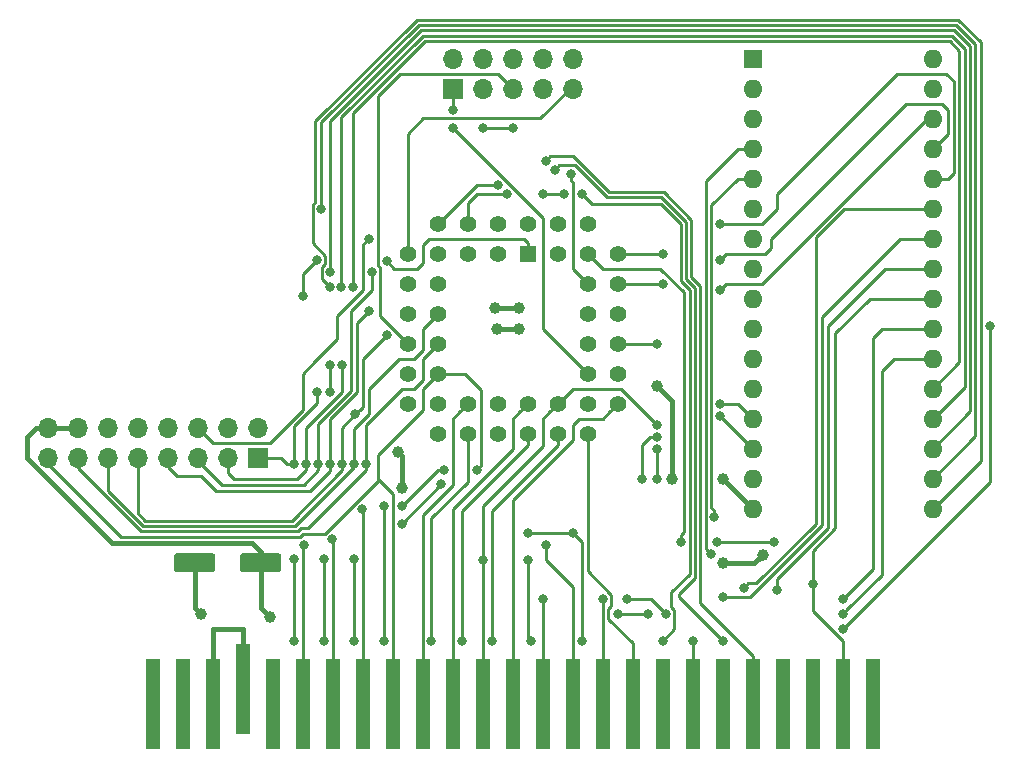
<source format=gbr>
G04 #@! TF.GenerationSoftware,KiCad,Pcbnew,(5.1.5-0-10_14)*
G04 #@! TF.CreationDate,2020-04-06T11:58:05+02:00*
G04 #@! TF.ProjectId,MSX USB Drive,4d535820-5553-4422-9044-726976652e6b,rev?*
G04 #@! TF.SameCoordinates,Original*
G04 #@! TF.FileFunction,Copper,L1,Top*
G04 #@! TF.FilePolarity,Positive*
%FSLAX46Y46*%
G04 Gerber Fmt 4.6, Leading zero omitted, Abs format (unit mm)*
G04 Created by KiCad (PCBNEW (5.1.5-0-10_14)) date 2020-04-06 11:58:05*
%MOMM*%
%LPD*%
G04 APERTURE LIST*
%ADD10R,1.270000X7.620000*%
%ADD11R,1.700000X1.700000*%
%ADD12O,1.700000X1.700000*%
%ADD13R,1.600000X1.600000*%
%ADD14O,1.600000X1.600000*%
%ADD15C,0.100000*%
%ADD16C,1.397000*%
%ADD17R,1.397000X1.397000*%
%ADD18C,1.000000*%
%ADD19C,0.800000*%
%ADD20C,0.400000*%
%ADD21C,0.250000*%
G04 APERTURE END LIST*
D10*
X617220000Y666496000D03*
X614680000Y666496000D03*
X665480000Y666496000D03*
X675640000Y666496000D03*
X668020000Y666496000D03*
X662940000Y666496000D03*
X660400000Y666496000D03*
X657860000Y666496000D03*
X670560000Y666496000D03*
X673100000Y666496000D03*
X642620000Y666496000D03*
X640080000Y666496000D03*
X637540000Y666496000D03*
X650240000Y666496000D03*
X647700000Y666496000D03*
X652780000Y666496000D03*
X645160000Y666496000D03*
X655320000Y666496000D03*
X624840000Y666496000D03*
X635000000Y666496000D03*
X632460000Y666496000D03*
X629920000Y666496000D03*
X627380000Y666496000D03*
X622300000Y667766000D03*
X619760000Y666496000D03*
D11*
X623570000Y687324000D03*
D12*
X623570000Y689864000D03*
X621030000Y687324000D03*
X621030000Y689864000D03*
X618490000Y687324000D03*
X618490000Y689864000D03*
X615950000Y687324000D03*
X615950000Y689864000D03*
X613410000Y687324000D03*
X613410000Y689864000D03*
X610870000Y687324000D03*
X610870000Y689864000D03*
X608330000Y687324000D03*
X608330000Y689864000D03*
X605790000Y687324000D03*
X605790000Y689864000D03*
D13*
X665480000Y721106000D03*
D14*
X680720000Y683006000D03*
X665480000Y718566000D03*
X680720000Y685546000D03*
X665480000Y716026000D03*
X680720000Y688086000D03*
X665480000Y713486000D03*
X680720000Y690626000D03*
X665480000Y710946000D03*
X680720000Y693166000D03*
X665480000Y708406000D03*
X680720000Y695706000D03*
X665480000Y705866000D03*
X680720000Y698246000D03*
X665480000Y703326000D03*
X680720000Y700786000D03*
X665480000Y700786000D03*
X680720000Y703326000D03*
X665480000Y698246000D03*
X680720000Y705866000D03*
X665480000Y695706000D03*
X680720000Y708406000D03*
X665480000Y693166000D03*
X680720000Y710946000D03*
X665480000Y690626000D03*
X680720000Y713486000D03*
X665480000Y688086000D03*
X680720000Y716026000D03*
X665480000Y685546000D03*
X680720000Y718566000D03*
X665480000Y683006000D03*
X680720000Y721106000D03*
G04 #@! TA.AperFunction,SMDPad,CuDef*
D15*
G36*
X619754504Y679232796D02*
G01*
X619778773Y679229196D01*
X619802571Y679223235D01*
X619825671Y679214970D01*
X619847849Y679204480D01*
X619868893Y679191867D01*
X619888598Y679177253D01*
X619906777Y679160777D01*
X619923253Y679142598D01*
X619937867Y679122893D01*
X619950480Y679101849D01*
X619960970Y679079671D01*
X619969235Y679056571D01*
X619975196Y679032773D01*
X619978796Y679008504D01*
X619980000Y678984000D01*
X619980000Y677884000D01*
X619978796Y677859496D01*
X619975196Y677835227D01*
X619969235Y677811429D01*
X619960970Y677788329D01*
X619950480Y677766151D01*
X619937867Y677745107D01*
X619923253Y677725402D01*
X619906777Y677707223D01*
X619888598Y677690747D01*
X619868893Y677676133D01*
X619847849Y677663520D01*
X619825671Y677653030D01*
X619802571Y677644765D01*
X619778773Y677638804D01*
X619754504Y677635204D01*
X619730000Y677634000D01*
X616730000Y677634000D01*
X616705496Y677635204D01*
X616681227Y677638804D01*
X616657429Y677644765D01*
X616634329Y677653030D01*
X616612151Y677663520D01*
X616591107Y677676133D01*
X616571402Y677690747D01*
X616553223Y677707223D01*
X616536747Y677725402D01*
X616522133Y677745107D01*
X616509520Y677766151D01*
X616499030Y677788329D01*
X616490765Y677811429D01*
X616484804Y677835227D01*
X616481204Y677859496D01*
X616480000Y677884000D01*
X616480000Y678984000D01*
X616481204Y679008504D01*
X616484804Y679032773D01*
X616490765Y679056571D01*
X616499030Y679079671D01*
X616509520Y679101849D01*
X616522133Y679122893D01*
X616536747Y679142598D01*
X616553223Y679160777D01*
X616571402Y679177253D01*
X616591107Y679191867D01*
X616612151Y679204480D01*
X616634329Y679214970D01*
X616657429Y679223235D01*
X616681227Y679229196D01*
X616705496Y679232796D01*
X616730000Y679234000D01*
X619730000Y679234000D01*
X619754504Y679232796D01*
G37*
G04 #@! TD.AperFunction*
G04 #@! TA.AperFunction,SMDPad,CuDef*
G36*
X625354504Y679232796D02*
G01*
X625378773Y679229196D01*
X625402571Y679223235D01*
X625425671Y679214970D01*
X625447849Y679204480D01*
X625468893Y679191867D01*
X625488598Y679177253D01*
X625506777Y679160777D01*
X625523253Y679142598D01*
X625537867Y679122893D01*
X625550480Y679101849D01*
X625560970Y679079671D01*
X625569235Y679056571D01*
X625575196Y679032773D01*
X625578796Y679008504D01*
X625580000Y678984000D01*
X625580000Y677884000D01*
X625578796Y677859496D01*
X625575196Y677835227D01*
X625569235Y677811429D01*
X625560970Y677788329D01*
X625550480Y677766151D01*
X625537867Y677745107D01*
X625523253Y677725402D01*
X625506777Y677707223D01*
X625488598Y677690747D01*
X625468893Y677676133D01*
X625447849Y677663520D01*
X625425671Y677653030D01*
X625402571Y677644765D01*
X625378773Y677638804D01*
X625354504Y677635204D01*
X625330000Y677634000D01*
X622330000Y677634000D01*
X622305496Y677635204D01*
X622281227Y677638804D01*
X622257429Y677644765D01*
X622234329Y677653030D01*
X622212151Y677663520D01*
X622191107Y677676133D01*
X622171402Y677690747D01*
X622153223Y677707223D01*
X622136747Y677725402D01*
X622122133Y677745107D01*
X622109520Y677766151D01*
X622099030Y677788329D01*
X622090765Y677811429D01*
X622084804Y677835227D01*
X622081204Y677859496D01*
X622080000Y677884000D01*
X622080000Y678984000D01*
X622081204Y679008504D01*
X622084804Y679032773D01*
X622090765Y679056571D01*
X622099030Y679079671D01*
X622109520Y679101849D01*
X622122133Y679122893D01*
X622136747Y679142598D01*
X622153223Y679160777D01*
X622171402Y679177253D01*
X622191107Y679191867D01*
X622212151Y679204480D01*
X622234329Y679214970D01*
X622257429Y679223235D01*
X622281227Y679229196D01*
X622305496Y679232796D01*
X622330000Y679234000D01*
X625330000Y679234000D01*
X625354504Y679232796D01*
G37*
G04 #@! TD.AperFunction*
D11*
X640080000Y718566000D03*
D12*
X640080000Y721106000D03*
X642620000Y718566000D03*
X642620000Y721106000D03*
X645160000Y718566000D03*
X645160000Y721106000D03*
X647700000Y718566000D03*
X647700000Y721106000D03*
X650240000Y718566000D03*
X650240000Y721106000D03*
D16*
X646430000Y707136000D03*
X648970000Y704596000D03*
X648970000Y707136000D03*
X651510000Y704596000D03*
X651510000Y707136000D03*
X654050000Y704596000D03*
X651510000Y702056000D03*
X654050000Y702056000D03*
X651510000Y699516000D03*
X654050000Y699516000D03*
X651510000Y696976000D03*
X654050000Y696976000D03*
X651510000Y694436000D03*
X654050000Y694436000D03*
X651510000Y691896000D03*
X654050000Y691896000D03*
X651510000Y689356000D03*
X648970000Y691896000D03*
X648970000Y689356000D03*
X646430000Y691896000D03*
X646430000Y689356000D03*
X643890000Y691896000D03*
X643890000Y689356000D03*
X641350000Y691896000D03*
X641350000Y689356000D03*
X638810000Y691896000D03*
X638810000Y689356000D03*
X636270000Y691896000D03*
X638810000Y694436000D03*
X636270000Y694436000D03*
X638810000Y696976000D03*
X636270000Y696976000D03*
X638810000Y699516000D03*
X636270000Y699516000D03*
X638810000Y702056000D03*
X636270000Y702056000D03*
X638810000Y704596000D03*
X636270000Y704596000D03*
X638810000Y707136000D03*
X641350000Y704596000D03*
X641350000Y707136000D03*
X643890000Y704596000D03*
X643890000Y707136000D03*
D17*
X646430000Y704596000D03*
D18*
X645668000Y698246000D03*
X643867988Y698246002D03*
X635445000Y687832000D03*
X662939998Y678434000D03*
X635825000Y684784000D03*
X618744000Y674116000D03*
X666317593Y679120673D03*
X645668000Y700024000D03*
X643636000Y700024000D03*
X662940000Y685546000D03*
X657352000Y693420000D03*
X658622000Y685546000D03*
X624586000Y673862008D03*
D19*
X644647347Y709671347D03*
X648711347Y711703347D03*
X662940000Y671829986D03*
X673104653Y672850653D03*
X685546002Y698500000D03*
X662939544Y675566012D03*
X654050000Y674116000D03*
X667512000Y676148010D03*
X656590001Y674116000D03*
X646434653Y680978653D03*
X651002000Y671830006D03*
X662221043Y682280990D03*
X650240004Y680974000D03*
X646430000Y678688000D03*
X661924000Y679196000D03*
X646684000Y671830000D03*
X643382000Y671830000D03*
X640842000Y671830000D03*
X638265010Y671830000D03*
X635762000Y683260000D03*
X634238000Y683260000D03*
X662681538Y690880000D03*
X634238000Y671830001D03*
X632715231Y686819851D03*
X639318000Y686308000D03*
X657352000Y688086000D03*
X657352000Y685546000D03*
X631698000Y678726000D03*
X634487347Y697733347D03*
X631839625Y691001695D03*
X631697996Y671830000D03*
X629666000Y692912000D03*
X629666000Y695198000D03*
X629666000Y701801998D03*
X630715217Y686816000D03*
X629195000Y678726000D03*
X633222000Y703072000D03*
X629158000Y671830004D03*
X628682121Y686817959D03*
X629730042Y703072004D03*
X626618000Y678726000D03*
X626618000Y671829998D03*
X626618002Y686816000D03*
X631666024Y701802000D03*
X628555021Y692914865D03*
X630682000Y695161010D03*
X627456503Y679970915D03*
X627634000Y686816000D03*
X630666011Y701802000D03*
X633004990Y699770000D03*
X629864390Y680472970D03*
X628977980Y708406006D03*
X629682049Y686805009D03*
X635762000Y681736000D03*
X639122159Y685093116D03*
X632404390Y683012970D03*
X631715228Y686815803D03*
X662681538Y691880013D03*
X642112000Y686308000D03*
X657352000Y689102000D03*
X656082006Y685546000D03*
X657352000Y690118006D03*
X642620000Y678688000D03*
X664718000Y676321102D03*
X647700000Y675386000D03*
X647953998Y679958000D03*
X673100000Y675386000D03*
X652780000Y675386000D03*
X654812000Y675386000D03*
X658114000Y674116000D03*
X634492000Y703942999D03*
X673100000Y674116000D03*
X660400000Y671830000D03*
X627380000Y701039998D03*
X628555021Y704088000D03*
X643885347Y710433347D03*
X647949347Y712465347D03*
X667258000Y680212000D03*
X659384000Y680212000D03*
X670560000Y676656000D03*
X662432000Y680212000D03*
X633004990Y705866000D03*
X640080000Y716788000D03*
X640080000Y715264000D03*
X642620000Y715264000D03*
X645160000Y715264000D03*
X650116766Y711353528D03*
X657352000Y696976002D03*
X662686000Y701548000D03*
X662686000Y704088000D03*
X657874946Y702056000D03*
X662686000Y707136000D03*
X657874946Y704596000D03*
X657860000Y671830004D03*
X647700000Y709676000D03*
X649516010Y709676000D03*
X651002000Y709676004D03*
D20*
X643867990Y698246000D02*
X643867988Y698246002D01*
X645668000Y698246000D02*
X643867990Y698246000D01*
X635445000Y687832000D02*
X635825000Y687452000D01*
X635825000Y687452000D02*
X635825000Y684784000D01*
X618230000Y674630000D02*
X618744000Y674116000D01*
X618230000Y678434000D02*
X618230000Y674630000D01*
X665630920Y678434000D02*
X666317593Y679120673D01*
X662939998Y678434000D02*
X665630920Y678434000D01*
X645668000Y700024000D02*
X643636000Y700024000D01*
X657352000Y693420000D02*
X658622000Y692150000D01*
X658622000Y686253106D02*
X658622000Y685546000D01*
X658622000Y692150000D02*
X658622000Y686253106D01*
X623830000Y678434000D02*
X623830000Y674618008D01*
X624086001Y674362007D02*
X624586000Y673862008D01*
X623830000Y674618008D02*
X624086001Y674362007D01*
X662940000Y685546000D02*
X665480000Y683006000D01*
X604012000Y687324000D02*
X604012000Y689102000D01*
X623062000Y680114956D02*
X611221044Y680114956D01*
X623824000Y679352956D02*
X623062000Y680114956D01*
X604012000Y689102000D02*
X604774000Y689864000D01*
X623824000Y678440000D02*
X623824000Y679352956D01*
X611221044Y680114956D02*
X604012000Y687324000D01*
X604774000Y689864000D02*
X605790000Y689864000D01*
X623830000Y678434000D02*
X623824000Y678440000D01*
X605790000Y689864000D02*
X608330000Y689864000D01*
D21*
X641350000Y707136000D02*
X641350000Y708914000D01*
X642107347Y709671347D02*
X644647347Y709671347D01*
X641350000Y708914000D02*
X642107347Y709671347D01*
X659238001Y675805686D02*
X659238001Y675531985D01*
X662540001Y672229985D02*
X662940000Y671829986D01*
X660596011Y677163696D02*
X659238001Y675805686D01*
X650409656Y712103346D02*
X653148990Y709364011D01*
X657753956Y709364011D02*
X659834011Y707283956D01*
X653148990Y709364011D02*
X657753956Y709364011D01*
X649111346Y712103346D02*
X650409656Y712103346D01*
X659834011Y707283956D02*
X659834011Y702442759D01*
X659834011Y702442759D02*
X660596011Y701680759D01*
X660596011Y701680759D02*
X660596011Y677163696D01*
X659238001Y675531985D02*
X662540001Y672229985D01*
X648711347Y711703347D02*
X649111346Y712103346D01*
X673104653Y672850653D02*
X685546002Y685292002D01*
X685546002Y685292002D02*
X685546002Y697934315D01*
X685546002Y697934315D02*
X685546002Y698500000D01*
X665280423Y675566012D02*
X663505229Y675566012D01*
X663505229Y675566012D02*
X662939544Y675566012D01*
X677926000Y705866000D02*
X671322000Y699262000D01*
X671322000Y681607589D02*
X665280423Y675566012D01*
X671322000Y699262000D02*
X671322000Y681607589D01*
X680720000Y705866000D02*
X677926000Y705866000D01*
X654050000Y674116000D02*
X656590001Y674116000D01*
X671830000Y681356410D02*
X667512000Y677038410D01*
X671830000Y698500000D02*
X671830000Y681356410D01*
X667512000Y676713695D02*
X667512000Y676148010D01*
X680720000Y703326000D02*
X676656000Y703326000D01*
X667512000Y677038410D02*
X667512000Y676713695D01*
X676656000Y703326000D02*
X671830000Y698500000D01*
X651002000Y680212004D02*
X650640003Y680574001D01*
X650640003Y680574001D02*
X650240004Y680974000D01*
X646434653Y680978653D02*
X650235351Y680978653D01*
X650235351Y680978653D02*
X650240004Y680974000D01*
X651002000Y671830006D02*
X651002000Y680212004D01*
X661956528Y708692528D02*
X661956528Y683111190D01*
X661956528Y683111190D02*
X662221043Y682846675D01*
X664210000Y710946000D02*
X661956528Y708692528D01*
X662221043Y682846675D02*
X662221043Y682280990D01*
X665480000Y710946000D02*
X664210000Y710946000D01*
X646430000Y672084000D02*
X646684000Y671830000D01*
X646430000Y678688000D02*
X646430000Y672084000D01*
X661496033Y679623967D02*
X661524001Y679595999D01*
X661496033Y690043910D02*
X661496033Y679623967D01*
X661506517Y690054394D02*
X661496033Y690043910D01*
X661506517Y710782517D02*
X661506517Y690054394D01*
X661524001Y679595999D02*
X661924000Y679196000D01*
X664210000Y713486000D02*
X661506517Y710782517D01*
X665480000Y713486000D02*
X664210000Y713486000D01*
X643382000Y672395685D02*
X643382000Y671830000D01*
X643382000Y682780172D02*
X643382000Y672395685D01*
X648970000Y688368172D02*
X643382000Y682780172D01*
X648970000Y689356000D02*
X648970000Y688368172D01*
X646430000Y689356000D02*
X646430000Y688368172D01*
X640842000Y682780172D02*
X640842000Y672395685D01*
X646430000Y688368172D02*
X640842000Y682780172D01*
X640842000Y672395685D02*
X640842000Y671830000D01*
X641350000Y689356000D02*
X641350000Y685292000D01*
X641350000Y685292000D02*
X638265010Y682207010D01*
X638265010Y682207010D02*
X638265010Y672395685D01*
X638265010Y672395685D02*
X638265010Y671830000D01*
X634238000Y683260000D02*
X634238000Y671830001D01*
X636778000Y693166000D02*
X635766609Y693166000D01*
X637540000Y695706000D02*
X637540000Y693928000D01*
X632715231Y690114622D02*
X632715231Y687385536D01*
X632715231Y687385536D02*
X632715231Y686819851D01*
X637540000Y693928000D02*
X636778000Y693166000D01*
X638810000Y696976000D02*
X637540000Y695706000D01*
X635766609Y693166000D02*
X632715231Y690114622D01*
X635762000Y683260000D02*
X638810000Y686308000D01*
X638810000Y686308000D02*
X639318000Y686308000D01*
X657352000Y688086000D02*
X657352000Y685546000D01*
X665475538Y688086000D02*
X662681538Y690880000D01*
X665480000Y688086000D02*
X665475538Y688086000D01*
X632715231Y686254166D02*
X632715231Y686819851D01*
X627805043Y681343978D02*
X632715231Y686254166D01*
X627244800Y681343978D02*
X627805043Y681343978D01*
X613676432Y681089978D02*
X626990800Y681089978D01*
X626990800Y681089978D02*
X627244800Y681343978D01*
X608330000Y686436410D02*
X613676432Y681089978D01*
X608330000Y687324000D02*
X608330000Y686436410D01*
X632460000Y691622070D02*
X632239624Y691401694D01*
X632239624Y691401694D02*
X631839625Y691001695D01*
X632460000Y695706000D02*
X632460000Y691622070D01*
X634487347Y697733347D02*
X632460000Y695706000D01*
X631698000Y678726000D02*
X631698000Y671830004D01*
X631698000Y671830004D02*
X631697996Y671830000D01*
X629666000Y692912000D02*
X629666000Y695198000D01*
X630715217Y687381685D02*
X630715217Y686816000D01*
X631839625Y691001695D02*
X630715217Y689877287D01*
X630715217Y689877287D02*
X630715217Y687381685D01*
X682898646Y724408000D02*
X637032000Y724408000D01*
X684784000Y687070000D02*
X684784000Y722522646D01*
X684784000Y722522646D02*
X682898646Y724408000D01*
X637032000Y724408000D02*
X628432999Y715808999D01*
X628432999Y715808999D02*
X628432999Y708934029D01*
X629005032Y703447050D02*
X629005032Y702462966D01*
X628252978Y705463047D02*
X629280023Y704436002D01*
X629280023Y703722041D02*
X629005032Y703447050D01*
X629266001Y702201997D02*
X629666000Y701801998D01*
X628252978Y708754008D02*
X628252978Y705463047D01*
X629005032Y702462966D02*
X629266001Y702201997D01*
X628432999Y708934029D02*
X628252978Y708754008D01*
X629280023Y704436002D02*
X629280023Y703722041D01*
X680720000Y683006000D02*
X684784000Y687070000D01*
X630715217Y686250315D02*
X630715217Y686816000D01*
X626454902Y681990000D02*
X630715217Y686250315D01*
X614049230Y681990000D02*
X626454902Y681990000D01*
X613410000Y682629230D02*
X614049230Y681990000D01*
X613410000Y687324000D02*
X613410000Y682629230D01*
X629195000Y678726000D02*
X629195000Y671867004D01*
X629195000Y671867004D02*
X629158000Y671830004D01*
X631444000Y699712315D02*
X631444000Y692980587D01*
X631444000Y692980587D02*
X628682121Y690218708D01*
X628682121Y687383644D02*
X628682121Y686817959D01*
X628682121Y690218708D02*
X628682121Y687383644D01*
X633222000Y703072000D02*
X633222000Y701490315D01*
X633222000Y701490315D02*
X631444000Y699712315D01*
X682525846Y723507978D02*
X637404798Y723507978D01*
X629730042Y704622394D02*
X629730042Y703637689D01*
X680720000Y688086000D02*
X683883978Y691249978D01*
X683883978Y691249978D02*
X683883978Y722149843D01*
X629702990Y704649446D02*
X629730042Y704622394D01*
X683883978Y722149843D02*
X682525846Y723507978D01*
X637404798Y723507978D02*
X629702990Y715806170D01*
X629730042Y703637689D02*
X629730042Y703072004D01*
X629702990Y715806170D02*
X629702990Y704649446D01*
X628682121Y686252274D02*
X628682121Y686817959D01*
X620522000Y685038000D02*
X627467847Y685038000D01*
X618490000Y687070000D02*
X620522000Y685038000D01*
X627467847Y685038000D02*
X628682121Y686252274D01*
X618490000Y687324000D02*
X618490000Y687070000D01*
X626618000Y678726000D02*
X626618000Y671829998D01*
X626052317Y686816000D02*
X626618002Y686816000D01*
X623570000Y687324000D02*
X624078000Y686816000D01*
X631666024Y716496384D02*
X631666024Y702367685D01*
X682983956Y695429956D02*
X682983956Y721777043D01*
X680720000Y693166000D02*
X682983956Y695429956D01*
X637777596Y722607956D02*
X631666024Y716496384D01*
X682983956Y721777043D02*
X682153046Y722607956D01*
X682153046Y722607956D02*
X637777596Y722607956D01*
X631666024Y702367685D02*
X631666024Y701802000D01*
X625544317Y687324000D02*
X623570000Y687324000D01*
X626052317Y686816000D02*
X625544317Y687324000D01*
X628555021Y691926611D02*
X628555021Y692349180D01*
X626618002Y689989592D02*
X628555021Y691926611D01*
X626618002Y686816000D02*
X626618002Y689989592D01*
X628555021Y692349180D02*
X628555021Y692914865D01*
X627380000Y679894412D02*
X627456503Y679970915D01*
X627380000Y666496000D02*
X627380000Y679894412D01*
X627634000Y689806998D02*
X627634000Y687381685D01*
X630682000Y695161010D02*
X630682000Y692854998D01*
X627634000Y687381685D02*
X627634000Y686816000D01*
X630682000Y692854998D02*
X627634000Y689806998D01*
X683433967Y721963443D02*
X682339446Y723057967D01*
X680720000Y690626000D02*
X683433967Y693339967D01*
X683433967Y693339967D02*
X683433967Y721963443D01*
X630666011Y702367685D02*
X630666011Y701802000D01*
X682339446Y723057967D02*
X637591197Y723057967D01*
X630666011Y716132781D02*
X630666011Y702367685D01*
X637591197Y723057967D02*
X630666011Y716132781D01*
X627634000Y686250315D02*
X627634000Y686816000D01*
X626929685Y685546000D02*
X627634000Y686250315D01*
X621538000Y685546000D02*
X626929685Y685546000D01*
X621030000Y686054000D02*
X621538000Y685546000D01*
X621030000Y687324000D02*
X621030000Y686054000D01*
X629920000Y680417360D02*
X629864390Y680472970D01*
X629920000Y666496000D02*
X629920000Y680417360D01*
X631952000Y692852176D02*
X629682049Y690582225D01*
X633004990Y699770000D02*
X631952000Y698717010D01*
X631952000Y698717010D02*
X631952000Y692852176D01*
X629682049Y690582225D02*
X629682049Y687370694D01*
X629682049Y687370694D02*
X629682049Y686805009D01*
X682712246Y723957989D02*
X637218399Y723957989D01*
X628977980Y715717570D02*
X628977980Y708971691D01*
X680720000Y685546000D02*
X684333989Y689159989D01*
X628977980Y708971691D02*
X628977980Y708406006D01*
X684333989Y722336243D02*
X682712246Y723957989D01*
X637218399Y723957989D02*
X628977980Y715717570D01*
X684333989Y689159989D02*
X684333989Y722336243D01*
X620014000Y684530000D02*
X627972725Y684530000D01*
X615950000Y686562000D02*
X616712000Y685800000D01*
X618744000Y685800000D02*
X620014000Y684530000D01*
X629682049Y686239324D02*
X629682049Y686805009D01*
X627972725Y684530000D02*
X629682049Y686239324D01*
X616712000Y685800000D02*
X618744000Y685800000D01*
X615950000Y687324000D02*
X615950000Y686562000D01*
X635762000Y681736000D02*
X639119116Y685093116D01*
X639119116Y685093116D02*
X639122159Y685093116D01*
X632460000Y682957360D02*
X632404390Y683012970D01*
X632460000Y666496000D02*
X632460000Y682957360D01*
X635532220Y695706000D02*
X632968000Y693141780D01*
X636778000Y695706000D02*
X635532220Y695706000D01*
X631715228Y689751029D02*
X631715228Y687381488D01*
X632968000Y691003801D02*
X631715228Y689751029D01*
X637540000Y696468000D02*
X636778000Y695706000D01*
X638810000Y699516000D02*
X637540000Y698246000D01*
X637540000Y698246000D02*
X637540000Y696468000D01*
X632968000Y693141780D02*
X632968000Y691003801D01*
X631715228Y687381488D02*
X631715228Y686815803D01*
X631715228Y686509168D02*
X631715228Y686815803D01*
X613862831Y681539989D02*
X626746049Y681539989D01*
X626746049Y681539989D02*
X631715228Y686509168D01*
X610870000Y684532820D02*
X613862831Y681539989D01*
X610870000Y687324000D02*
X610870000Y684532820D01*
X633730000Y687578000D02*
X633730000Y686816000D01*
X637540000Y691388000D02*
X633730000Y687578000D01*
X637540000Y693166000D02*
X637540000Y691388000D01*
X638810000Y694436000D02*
X637540000Y693166000D01*
X633730000Y685546000D02*
X633730000Y686816000D01*
X635000000Y684276000D02*
X633730000Y685546000D01*
X635000000Y666496000D02*
X635000000Y684276000D01*
X638810000Y694436000D02*
X641096000Y694436000D01*
X642511999Y693020001D02*
X642511999Y686707999D01*
X642511999Y686707999D02*
X642112000Y686308000D01*
X641096000Y694436000D02*
X642511999Y693020001D01*
X656082006Y688397691D02*
X656082006Y686111685D01*
X656786315Y689102000D02*
X656082006Y688397691D01*
X657352000Y689102000D02*
X656786315Y689102000D01*
X656082006Y686111685D02*
X656082006Y685546000D01*
X664225987Y691880013D02*
X662681538Y691880013D01*
X665480000Y690626000D02*
X664225987Y691880013D01*
X611966033Y680639967D02*
X605790000Y686816000D01*
X627177200Y680639967D02*
X611966033Y680639967D01*
X605790000Y686816000D02*
X605790000Y687324000D01*
X627431200Y680893967D02*
X627177200Y680639967D01*
X629260067Y680893967D02*
X627431200Y680893967D01*
X633730000Y685363900D02*
X629260067Y680893967D01*
X633730000Y686816000D02*
X633730000Y685363900D01*
X640651501Y691197501D02*
X641350000Y691896000D01*
X640080000Y684977953D02*
X640080000Y690626000D01*
X637540000Y682437953D02*
X640080000Y684977953D01*
X637540000Y666496000D02*
X637540000Y682437953D01*
X640080000Y690626000D02*
X640651501Y691197501D01*
X645160000Y690626000D02*
X645731501Y691197501D01*
X645160000Y688028998D02*
X645160000Y690626000D01*
X640080000Y682948998D02*
X645160000Y688028998D01*
X640080000Y666496000D02*
X640080000Y682948998D01*
X645731501Y691197501D02*
X646430000Y691896000D01*
X656952001Y690518005D02*
X657352000Y690118006D01*
X648970000Y691896000D02*
X650240000Y693166000D01*
X654304006Y693166000D02*
X656952001Y690518005D01*
X650240000Y693166000D02*
X654304006Y693166000D01*
X647700000Y690626000D02*
X648271501Y691197501D01*
X647700000Y688340000D02*
X647700000Y690626000D01*
X648271501Y691197501D02*
X648970000Y691896000D01*
X642620000Y683260000D02*
X647700000Y688340000D01*
X642620000Y666496000D02*
X642620000Y683260000D01*
X652780000Y690626000D02*
X653351501Y691197501D01*
X650748000Y690626000D02*
X652780000Y690626000D01*
X645160000Y683768000D02*
X650240000Y688848000D01*
X650240000Y690118000D02*
X650748000Y690626000D01*
X650240000Y688848000D02*
X650240000Y690118000D01*
X653351501Y691197501D02*
X654050000Y691896000D01*
X645160000Y666496000D02*
X645160000Y683768000D01*
X647700000Y675132000D02*
X647700000Y675386000D01*
X647700000Y666496000D02*
X647700000Y675132000D01*
X665117999Y676721101D02*
X664718000Y676321102D01*
X670814000Y681736000D02*
X665799101Y676721101D01*
X670814000Y705991590D02*
X670814000Y681736000D01*
X673228410Y708406000D02*
X670814000Y705991590D01*
X665799101Y676721101D02*
X665117999Y676721101D01*
X680720000Y708406000D02*
X673228410Y708406000D01*
X650240000Y676402000D02*
X647953998Y678688002D01*
X647953998Y679392315D02*
X647953998Y679958000D01*
X650240000Y666496000D02*
X650240000Y676402000D01*
X647953998Y678688002D02*
X647953998Y679392315D01*
X652780000Y666496000D02*
X652780000Y675386000D01*
X654812000Y675386000D02*
X656844000Y675386000D01*
X656844000Y675386000D02*
X657714001Y674515999D01*
X657714001Y674515999D02*
X658114000Y674116000D01*
X675640000Y677926000D02*
X673100000Y675386000D01*
X676402000Y698246000D02*
X675640000Y697484000D01*
X675640000Y697484000D02*
X675640000Y677926000D01*
X680720000Y698246000D02*
X676402000Y698246000D01*
X651510000Y688368172D02*
X651510000Y689356000D01*
X651510000Y677729004D02*
X651510000Y688368172D01*
X653505002Y674783998D02*
X653505002Y675734002D01*
X653251002Y674529998D02*
X653505002Y674783998D01*
X653505002Y675734002D02*
X651510000Y677729004D01*
X655320000Y671633002D02*
X653251002Y673702000D01*
X653251002Y673702000D02*
X653251002Y674529998D01*
X655320000Y666496000D02*
X655320000Y671633002D01*
X660400000Y671830000D02*
X660400000Y666496000D01*
X635108999Y703326000D02*
X634492000Y703942999D01*
X637549218Y703834000D02*
X637041218Y703326000D01*
X637041218Y703326000D02*
X635108999Y703326000D01*
X646108500Y705866000D02*
X638048000Y705866000D01*
X637549218Y705367218D02*
X637549218Y703834000D01*
X638048000Y705866000D02*
X637549218Y705367218D01*
X646430000Y705544500D02*
X646108500Y705866000D01*
X646430000Y704596000D02*
X646430000Y705544500D01*
X676402000Y677418000D02*
X673499999Y674515999D01*
X673499999Y674515999D02*
X673100000Y674116000D01*
X676402000Y694690000D02*
X676402000Y677418000D01*
X677418000Y695706000D02*
X676402000Y694690000D01*
X680720000Y695706000D02*
X677418000Y695706000D01*
X627380000Y701039998D02*
X627380000Y702912979D01*
X627380000Y702912979D02*
X628555021Y704088000D01*
X642107347Y710433347D02*
X643885347Y710433347D01*
X638810000Y707136000D02*
X642107347Y710433347D01*
X653335390Y709814022D02*
X657940356Y709814022D01*
X660284022Y702629158D02*
X661046022Y701867158D01*
X648349346Y712865346D02*
X650284066Y712865346D01*
X647949347Y712465347D02*
X648349346Y712865346D01*
X665480000Y670556000D02*
X665480000Y666496000D01*
X657940356Y709814022D02*
X660284022Y707470356D01*
X650284066Y712865346D02*
X653335390Y709814022D01*
X661046022Y674989978D02*
X665480000Y670556000D01*
X661046022Y701867158D02*
X661046022Y674989978D01*
X660284022Y707470356D02*
X660284022Y702629158D01*
X659638000Y701365948D02*
X659638000Y681031685D01*
X651510000Y704596000D02*
X652780000Y703326000D01*
X657677948Y703326000D02*
X659638000Y701365948D01*
X659638000Y681031685D02*
X659384000Y680777685D01*
X659384000Y680777685D02*
X659384000Y680212000D01*
X652780000Y703326000D02*
X657677948Y703326000D01*
X670560000Y676090315D02*
X670560000Y676656000D01*
X673100000Y666496000D02*
X673100000Y671830000D01*
X670560000Y674370000D02*
X670560000Y676090315D01*
X673100000Y671830000D02*
X670560000Y674370000D01*
X667258000Y680212000D02*
X662432000Y680212000D01*
X670560000Y677221685D02*
X670560000Y676656000D01*
X670560000Y679450000D02*
X670560000Y677221685D01*
X675386000Y700786000D02*
X672479583Y697879583D01*
X672479583Y681369583D02*
X670560000Y679450000D01*
X680720000Y700786000D02*
X675386000Y700786000D01*
X672479583Y697879583D02*
X672479583Y681369583D01*
X632460000Y701522974D02*
X632460000Y705321010D01*
X632460000Y705321010D02*
X632604991Y705466001D01*
X630268002Y699330976D02*
X632460000Y701522974D01*
X630268002Y697381004D02*
X630268002Y699330976D01*
X628432999Y695546001D02*
X630268002Y697381004D01*
X624586000Y688594000D02*
X627380000Y691388000D01*
X628432999Y695488999D02*
X628432999Y695546001D01*
X627380000Y691388000D02*
X627380000Y694436000D01*
X619760000Y688594000D02*
X624586000Y688594000D01*
X632604991Y705466001D02*
X633004990Y705866000D01*
X627380000Y694436000D02*
X628432999Y695488999D01*
X618490000Y689864000D02*
X619760000Y688594000D01*
D20*
X619760000Y666496000D02*
X619760000Y672846000D01*
X619760000Y672846000D02*
X622300000Y672846000D01*
X622300000Y672846000D02*
X622300000Y667766000D01*
D21*
X640479999Y714864001D02*
X640080000Y715264000D01*
X647700000Y707644000D02*
X640479999Y714864001D01*
X647700000Y698246000D02*
X647700000Y707644000D01*
X651510000Y694436000D02*
X647700000Y698246000D01*
X640080000Y718566000D02*
X640080000Y716788000D01*
X642620000Y715264000D02*
X645160000Y715264000D01*
X650241011Y703324989D02*
X650241011Y710663598D01*
X650116766Y710787843D02*
X650116766Y711353528D01*
X650241011Y710663598D02*
X650116766Y710787843D01*
X651510000Y702056000D02*
X650241011Y703324989D01*
X633730000Y717923950D02*
X633730000Y703637002D01*
X633730000Y703637002D02*
X633947001Y703420001D01*
X635642050Y719836000D02*
X633730000Y717923950D01*
X635571501Y697674499D02*
X636270000Y696976000D01*
X633947001Y703420001D02*
X633947001Y699298999D01*
X643890000Y719836000D02*
X635642050Y719836000D01*
X633947001Y699298999D02*
X635571501Y697674499D01*
X645160000Y718566000D02*
X643890000Y719836000D01*
X637576998Y716062998D02*
X647482998Y716062998D01*
X647482998Y716062998D02*
X649986000Y718566000D01*
X636270000Y714756000D02*
X637576998Y716062998D01*
X649986000Y718566000D02*
X650240000Y718566000D01*
X636270000Y704596000D02*
X636270000Y714756000D01*
X654050000Y696976000D02*
X657351998Y696976000D01*
X657351998Y696976000D02*
X657352000Y696976002D01*
X663194000Y702056000D02*
X662686000Y701548000D01*
X680212000Y716026000D02*
X666242000Y702056000D01*
X666242000Y702056000D02*
X663194000Y702056000D01*
X680720000Y716026000D02*
X680212000Y716026000D01*
X654050000Y702056000D02*
X657874946Y702056000D01*
X663194000Y704596000D02*
X662686000Y704088000D01*
X667004000Y705866000D02*
X667004000Y705104000D01*
X681990000Y716788000D02*
X681482000Y717296000D01*
X666496000Y704596000D02*
X663194000Y704596000D01*
X681990000Y714756000D02*
X681990000Y716788000D01*
X667004000Y705104000D02*
X666496000Y704596000D01*
X678434000Y717296000D02*
X667004000Y705866000D01*
X681482000Y717296000D02*
X678434000Y717296000D01*
X680720000Y713486000D02*
X681990000Y714756000D01*
X654050000Y704596000D02*
X657874946Y704596000D01*
X667512000Y708406000D02*
X666242000Y707136000D01*
X677672000Y719836000D02*
X667512000Y709676000D01*
X666242000Y707136000D02*
X662686000Y707136000D01*
X681845001Y719836000D02*
X677672000Y719836000D01*
X682498000Y711454000D02*
X682498000Y719183001D01*
X681990000Y710946000D02*
X682498000Y711454000D01*
X667512000Y709676000D02*
X667512000Y708406000D01*
X682498000Y719183001D02*
X681845001Y719836000D01*
X680720000Y710946000D02*
X681990000Y710946000D01*
X647700000Y709676000D02*
X649516010Y709676000D01*
X659384000Y707097556D02*
X657713555Y708768001D01*
X659384000Y702256358D02*
X659384000Y707097556D01*
X651910003Y708768001D02*
X651401999Y709276005D01*
X660146000Y701494358D02*
X659384000Y702256358D01*
X658839001Y672809005D02*
X658839001Y674464001D01*
X651401999Y709276005D02*
X651002000Y709676004D01*
X658839001Y674464001D02*
X658585002Y674718000D01*
X658585002Y674718000D02*
X658585002Y675914687D01*
X657860000Y671830004D02*
X658839001Y672809005D01*
X658585002Y675914687D02*
X660146000Y677475685D01*
X660146000Y677475685D02*
X660146000Y701494358D01*
X657713555Y708768001D02*
X651910003Y708768001D01*
M02*

</source>
